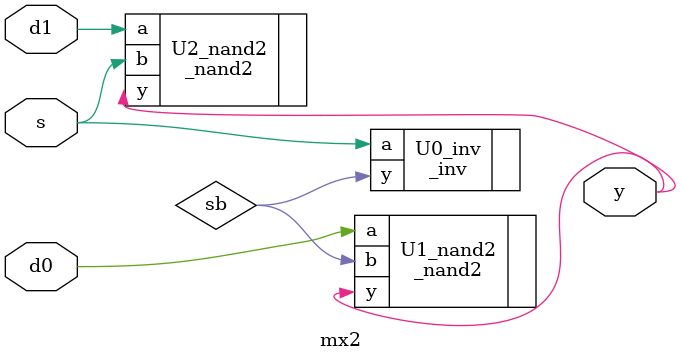
<source format=v>
module mx2(d0, d1, s, y);
    input d0, d1;
    input s;
    output y;

    // Create inverted selection signal
    wire sb;
    _inv U0_inv(.a(s), .y(sb));

    // Create AND gates for inputs
    _nand2 U1_nand2(.a(d0), .b(sb), .y(y));
    _nand2 U2_nand2(.a(d1), .b(s), .y(y));

endmodule

</source>
